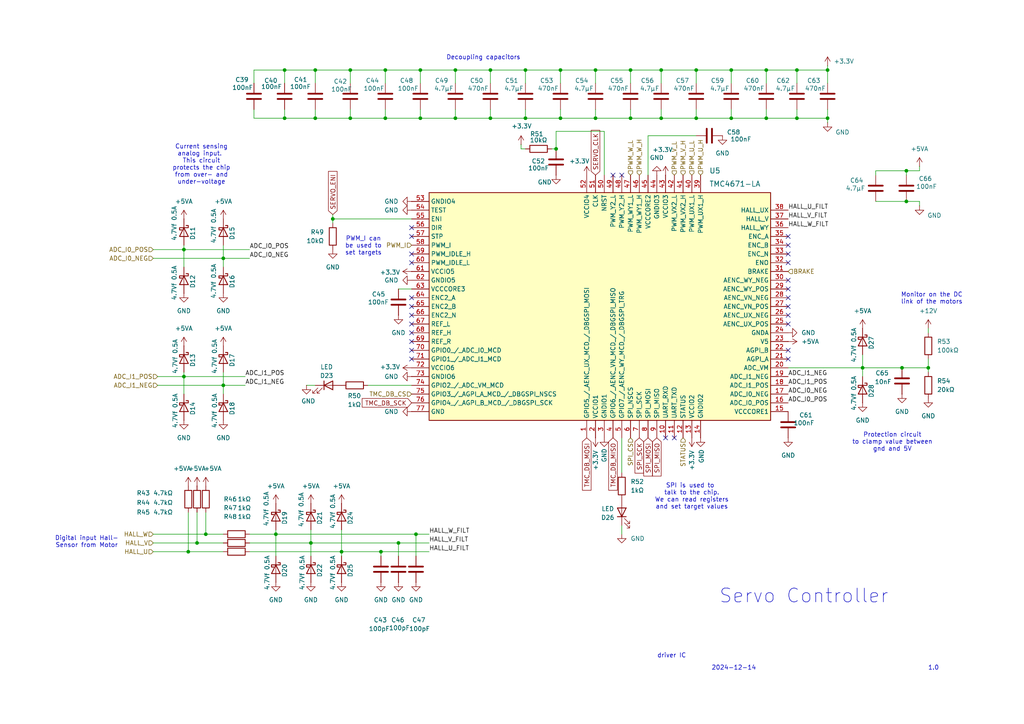
<source format=kicad_sch>
(kicad_sch (version 20250114) (generator "eeschema") (generator_version "9.0")
  (paper "A4")
  (text "Monitor on the DC\nlink of the motors" (at 270.256 86.614 0) (effects (font (size 1.27 1.27))))
  (text "Servo Controller" (at 233.172 172.974 0) (effects (font (size 4 4))))
  (text "driver IC" (at 194.818 190.246 0) (effects (font (size 1.27 1.27))))
  (text "Current sensing\nanalog input. \nThis circuit\nprotects the chip\nfrom over- and\nunder-voltage" (at 58.42 47.752 0) (effects (font (size 1.27 1.27))))
  (text "Decoupling capacitors\n" (at 140.208 16.764 0) (effects (font (size 1.27 1.27))))
  (text "2024-12-14" (at 212.852 193.802 0) (effects (font (size 1.27 1.27))))
  (text "Protection circuit\nto clamp value between\ngnd and 5V" (at 258.826 128.27 0) (effects (font (size 1.27 1.27))))
  (text "SPI is used to \ntalk to the chip.\nWe can read registers\nand set target values" (at 200.66 144.018 0) (effects (font (size 1.27 1.27))))
  (text "1.0" (at 270.764 193.802 0) (effects (font (size 1.27 1.27))))
  (text "PWM_I can\nbe used to\nset targets" (at 105.41 71.374 0) (effects (font (size 1.27 1.27))))
  (text "Digital input Hall-\nSensor from Motor" (at 25.146 157.226 0) (effects (font (size 1.27 1.27))))
  (junction (at 111.76 20.32))
  (junction (at 64.77 74.93))
  (junction (at 101.6 20.32))
  (junction (at 82.55 34.29))
  (junction (at 57.15 157.48))
  (junction (at 269.24 106.68))
  (junction (at 91.44 20.32))
  (junction (at 132.08 34.29))
  (junction (at 191.77 34.29))
  (junction (at 82.55 20.32))
  (junction (at 212.09 20.32))
  (junction (at 120.65 154.94))
  (junction (at 182.88 34.29))
  (junction (at 115.57 157.48))
  (junction (at 231.14 34.29))
  (junction (at 191.77 20.32))
  (junction (at 53.34 109.22))
  (junction (at 53.34 72.39))
  (junction (at 182.88 20.32))
  (junction (at 121.92 20.32))
  (junction (at 152.4 34.29))
  (junction (at 240.03 34.29))
  (junction (at 222.25 34.29))
  (junction (at 162.56 20.32))
  (junction (at 54.61 160.02))
  (junction (at 101.6 34.29))
  (junction (at 162.56 34.29))
  (junction (at 172.72 34.29))
  (junction (at 110.49 160.02))
  (junction (at 99.06 160.02))
  (junction (at 172.72 20.32))
  (junction (at 262.89 49.53))
  (junction (at 64.77 111.76))
  (junction (at 240.03 20.32))
  (junction (at 80.01 154.94))
  (junction (at 201.93 20.32))
  (junction (at 212.09 34.29))
  (junction (at 90.17 157.48))
  (junction (at 121.92 34.29))
  (junction (at 132.08 20.32))
  (junction (at 161.29 43.18))
  (junction (at 261.62 106.68))
  (junction (at 231.14 20.32))
  (junction (at 96.52 63.5))
  (junction (at 201.93 34.29))
  (junction (at 250.19 106.68))
  (junction (at 111.76 34.29))
  (junction (at 142.24 20.32))
  (junction (at 152.4 20.32))
  (junction (at 262.89 58.42))
  (junction (at 91.44 34.29))
  (junction (at 59.69 154.94))
  (junction (at 222.25 20.32))
  (junction (at 142.24 34.29))
  (no_connect (at 119.38 66.04))
  (no_connect (at 228.6 93.98))
  (no_connect (at 228.6 68.58))
  (no_connect (at 228.6 73.66))
  (no_connect (at 228.6 81.28))
  (no_connect (at 177.8 50.8))
  (no_connect (at 228.6 104.14))
  (no_connect (at 119.38 76.2))
  (no_connect (at 228.6 88.9))
  (no_connect (at 193.04 127))
  (no_connect (at 119.38 86.36))
  (no_connect (at 228.6 91.44))
  (no_connect (at 119.38 96.52))
  (no_connect (at 195.58 127))
  (no_connect (at 119.38 68.58))
  (no_connect (at 119.38 93.98))
  (no_connect (at 119.38 99.06))
  (no_connect (at 119.38 88.9))
  (no_connect (at 228.6 101.6))
  (no_connect (at 228.6 83.82))
  (no_connect (at 119.38 104.14))
  (no_connect (at 228.6 86.36))
  (no_connect (at 119.38 101.6))
  (no_connect (at 119.38 73.66))
  (no_connect (at 228.6 76.2))
  (no_connect (at 228.6 71.12))
  (no_connect (at 180.34 50.8))
  (no_connect (at 119.38 91.44))
  (wire (pts (xy 91.44 31.75) (xy 91.44 34.29)))
  (wire (pts (xy 101.6 20.32) (xy 101.6 24.13)))
  (wire (pts (xy 82.55 20.32) (xy 82.55 24.13)))
  (wire (pts (xy 201.93 34.29) (xy 191.77 34.29)))
  (wire (pts (xy 115.57 157.48) (xy 124.46 157.48)))
  (wire (pts (xy 120.65 154.94) (xy 120.65 161.29)))
  (wire (pts (xy 132.08 20.32) (xy 132.08 24.13)))
  (wire (pts (xy 180.34 154.94) (xy 180.34 152.4)))
  (wire (pts (xy 250.19 106.68) (xy 250.19 109.22)))
  (wire (pts (xy 53.34 109.22) (xy 71.12 109.22)))
  (wire (pts (xy 240.03 35.56) (xy 240.03 34.29)))
  (wire (pts (xy 45.72 111.76) (xy 64.77 111.76)))
  (wire (pts (xy 99.06 153.67) (xy 99.06 160.02)))
  (wire (pts (xy 180.34 127) (xy 180.34 137.16)))
  (wire (pts (xy 261.62 106.68) (xy 269.24 106.68)))
  (wire (pts (xy 182.88 20.32) (xy 182.88 24.13)))
  (wire (pts (xy 121.92 20.32) (xy 111.76 20.32)))
  (wire (pts (xy 269.24 107.95) (xy 269.24 106.68)))
  (wire (pts (xy 132.08 34.29) (xy 121.92 34.29)))
  (wire (pts (xy 99.06 160.02) (xy 110.49 160.02)))
  (wire (pts (xy 191.77 20.32) (xy 191.77 24.13)))
  (wire (pts (xy 45.72 109.22) (xy 53.34 109.22)))
  (wire (pts (xy 222.25 20.32) (xy 222.25 24.13)))
  (wire (pts (xy 54.61 160.02) (xy 64.77 160.02)))
  (wire (pts (xy 175.26 38.1) (xy 175.26 50.8)))
  (wire (pts (xy 101.6 31.75) (xy 101.6 34.29)))
  (wire (pts (xy 96.52 63.5) (xy 119.38 63.5)))
  (wire (pts (xy 121.92 31.75) (xy 121.92 34.29)))
  (wire (pts (xy 110.49 161.29) (xy 110.49 160.02)))
  (wire (pts (xy 172.72 31.75) (xy 172.72 34.29)))
  (wire (pts (xy 160.02 43.18) (xy 161.29 43.18)))
  (wire (pts (xy 266.7 48.26) (xy 266.7 49.53)))
  (wire (pts (xy 96.52 63.5) (xy 96.52 64.77)))
  (wire (pts (xy 266.7 49.53) (xy 262.89 49.53)))
  (wire (pts (xy 111.76 20.32) (xy 101.6 20.32)))
  (wire (pts (xy 152.4 34.29) (xy 142.24 34.29)))
  (wire (pts (xy 142.24 31.75) (xy 142.24 34.29)))
  (wire (pts (xy 121.92 34.29) (xy 111.76 34.29)))
  (wire (pts (xy 82.55 31.75) (xy 82.55 34.29)))
  (wire (pts (xy 111.76 34.29) (xy 101.6 34.29)))
  (wire (pts (xy 44.45 74.93) (xy 64.77 74.93)))
  (wire (pts (xy 191.77 20.32) (xy 182.88 20.32)))
  (wire (pts (xy 269.24 95.25) (xy 269.24 96.52)))
  (wire (pts (xy 44.45 157.48) (xy 57.15 157.48)))
  (wire (pts (xy 72.39 154.94) (xy 80.01 154.94)))
  (wire (pts (xy 250.19 106.68) (xy 261.62 106.68)))
  (wire (pts (xy 91.44 20.32) (xy 91.44 24.13)))
  (wire (pts (xy 191.77 34.29) (xy 182.88 34.29)))
  (wire (pts (xy 54.61 148.59) (xy 54.61 160.02)))
  (wire (pts (xy 64.77 111.76) (xy 64.77 107.95)))
  (wire (pts (xy 201.93 20.32) (xy 201.93 24.13)))
  (wire (pts (xy 222.25 20.32) (xy 212.09 20.32)))
  (wire (pts (xy 64.77 111.76) (xy 71.12 111.76)))
  (wire (pts (xy 152.4 34.29) (xy 162.56 34.29)))
  (wire (pts (xy 240.03 31.75) (xy 240.03 34.29)))
  (wire (pts (xy 101.6 20.32) (xy 91.44 20.32)))
  (wire (pts (xy 161.29 38.1) (xy 161.29 43.18)))
  (wire (pts (xy 90.17 153.67) (xy 90.17 157.48)))
  (wire (pts (xy 64.77 111.76) (xy 64.77 114.3)))
  (wire (pts (xy 80.01 154.94) (xy 80.01 161.29)))
  (wire (pts (xy 152.4 20.32) (xy 152.4 24.13)))
  (wire (pts (xy 80.01 153.67) (xy 80.01 154.94)))
  (wire (pts (xy 187.96 50.8) (xy 187.96 39.37)))
  (wire (pts (xy 187.96 39.37) (xy 201.93 39.37)))
  (wire (pts (xy 44.45 160.02) (xy 54.61 160.02)))
  (wire (pts (xy 231.14 20.32) (xy 231.14 24.13)))
  (wire (pts (xy 53.34 72.39) (xy 72.39 72.39)))
  (wire (pts (xy 90.17 157.48) (xy 90.17 161.29)))
  (wire (pts (xy 172.72 20.32) (xy 162.56 20.32)))
  (wire (pts (xy 59.69 148.59) (xy 59.69 154.94)))
  (wire (pts (xy 111.76 31.75) (xy 111.76 34.29)))
  (wire (pts (xy 222.25 34.29) (xy 212.09 34.29)))
  (wire (pts (xy 64.77 74.93) (xy 72.39 74.93)))
  (wire (pts (xy 240.03 20.32) (xy 240.03 24.13)))
  (wire (pts (xy 82.55 20.32) (xy 73.66 20.32)))
  (wire (pts (xy 53.34 109.22) (xy 53.34 107.95)))
  (wire (pts (xy 262.89 49.53) (xy 254 49.53)))
  (wire (pts (xy 231.14 20.32) (xy 222.25 20.32)))
  (wire (pts (xy 90.17 157.48) (xy 115.57 157.48)))
  (wire (pts (xy 228.6 106.68) (xy 250.19 106.68)))
  (wire (pts (xy 121.92 20.32) (xy 121.92 24.13)))
  (wire (pts (xy 111.76 20.32) (xy 111.76 24.13)))
  (wire (pts (xy 99.06 160.02) (xy 99.06 161.29)))
  (wire (pts (xy 80.01 154.94) (xy 120.65 154.94)))
  (wire (pts (xy 142.24 20.32) (xy 142.24 24.13)))
  (wire (pts (xy 91.44 20.32) (xy 82.55 20.32)))
  (wire (pts (xy 222.25 34.29) (xy 231.14 34.29)))
  (wire (pts (xy 182.88 34.29) (xy 172.72 34.29)))
  (wire (pts (xy 201.93 31.75) (xy 201.93 34.29)))
  (wire (pts (xy 59.69 154.94) (xy 64.77 154.94)))
  (wire (pts (xy 212.09 31.75) (xy 212.09 34.29)))
  (wire (pts (xy 151.13 43.18) (xy 152.4 43.18)))
  (wire (pts (xy 73.66 20.32) (xy 73.66 24.13)))
  (wire (pts (xy 151.13 43.18) (xy 151.13 41.91)))
  (wire (pts (xy 152.4 31.75) (xy 152.4 34.29)))
  (wire (pts (xy 106.68 111.76) (xy 119.38 111.76)))
  (wire (pts (xy 110.49 160.02) (xy 124.46 160.02)))
  (wire (pts (xy 64.77 74.93) (xy 64.77 71.12)))
  (wire (pts (xy 82.55 34.29) (xy 73.66 34.29)))
  (wire (pts (xy 142.24 34.29) (xy 132.08 34.29)))
  (wire (pts (xy 115.57 83.82) (xy 119.38 83.82)))
  (wire (pts (xy 254 49.53) (xy 254 50.8)))
  (wire (pts (xy 240.03 20.32) (xy 231.14 20.32)))
  (wire (pts (xy 53.34 72.39) (xy 53.34 77.47)))
  (wire (pts (xy 57.15 157.48) (xy 64.77 157.48)))
  (wire (pts (xy 91.44 34.29) (xy 82.55 34.29)))
  (wire (pts (xy 269.24 104.14) (xy 269.24 106.68)))
  (wire (pts (xy 254 58.42) (xy 262.89 58.42)))
  (wire (pts (xy 44.45 72.39) (xy 53.34 72.39)))
  (wire (pts (xy 72.39 160.02) (xy 99.06 160.02)))
  (wire (pts (xy 88.9 111.76) (xy 91.44 111.76)))
  (wire (pts (xy 212.09 20.32) (xy 212.09 24.13)))
  (wire (pts (xy 72.39 157.48) (xy 90.17 157.48)))
  (wire (pts (xy 44.45 154.94) (xy 59.69 154.94)))
  (wire (pts (xy 57.15 148.59) (xy 57.15 157.48)))
  (wire (pts (xy 53.34 109.22) (xy 53.34 114.3)))
  (wire (pts (xy 262.89 49.53) (xy 262.89 50.8)))
  (wire (pts (xy 266.7 58.42) (xy 262.89 58.42)))
  (wire (pts (xy 182.88 31.75) (xy 182.88 34.29)))
  (wire (pts (xy 266.7 59.69) (xy 266.7 58.42)))
  (wire (pts (xy 162.56 20.32) (xy 152.4 20.32)))
  (wire (pts (xy 101.6 34.29) (xy 91.44 34.29)))
  (wire (pts (xy 191.77 31.75) (xy 191.77 34.29)))
  (wire (pts (xy 212.09 34.29) (xy 201.93 34.29)))
  (wire (pts (xy 115.57 157.48) (xy 115.57 161.29)))
  (wire (pts (xy 96.52 62.23) (xy 96.52 63.5)))
  (wire (pts (xy 142.24 20.32) (xy 132.08 20.32)))
  (wire (pts (xy 162.56 20.32) (xy 162.56 24.13)))
  (wire (pts (xy 182.88 20.32) (xy 172.72 20.32)))
  (wire (pts (xy 172.72 20.32) (xy 172.72 24.13)))
  (wire (pts (xy 250.19 102.87) (xy 250.19 106.68)))
  (wire (pts (xy 172.72 34.29) (xy 162.56 34.29)))
  (wire (pts (xy 152.4 20.32) (xy 142.24 20.32)))
  (wire (pts (xy 162.56 31.75) (xy 162.56 34.29)))
  (wire (pts (xy 132.08 20.32) (xy 121.92 20.32)))
  (wire (pts (xy 64.77 74.93) (xy 64.77 77.47)))
  (wire (pts (xy 175.26 38.1) (xy 161.29 38.1)))
  (wire (pts (xy 231.14 31.75) (xy 231.14 34.29)))
  (wire (pts (xy 231.14 34.29) (xy 240.03 34.29)))
  (wire (pts (xy 132.08 31.75) (xy 132.08 34.29)))
  (wire (pts (xy 212.09 20.32) (xy 201.93 20.32)))
  (wire (pts (xy 222.25 31.75) (xy 222.25 34.29)))
  (wire (pts (xy 53.34 72.39) (xy 53.34 71.12)))
  (wire (pts (xy 201.93 20.32) (xy 191.77 20.32)))
  (wire (pts (xy 120.65 154.94) (xy 124.46 154.94)))
  (wire (pts (xy 73.66 31.75) (xy 73.66 34.29)))
  (wire (pts (xy 240.03 19.05) (xy 240.03 20.32)))
  (label "HALL_V_FILT" (at 228.6 63.5 0))
  (label "ADC_I0_NEG" (at 72.39 74.93 0))
  (label "ADC_I1_POS" (at 228.6 111.76 0))
  (label "HALL_V_FILT" (at 124.46 157.48 0))
  (label "ADC_I0_NEG" (at 228.6 114.3 0))
  (label "ADC_I1_NEG" (at 228.6 109.22 0))
  (label "HALL_W_FILT" (at 228.6 66.04 0))
  (label "ADC_I1_NEG" (at 71.12 111.76 0))
  (label "ADC_I1_POS" (at 71.12 109.22 0))
  (label "HALL_U_FILT" (at 124.46 160.02 0))
  (label "HALL_U_FILT" (at 228.6 60.96 0))
  (label "ADC_I0_POS" (at 72.39 72.39 0))
  (label "ADC_I0_POS" (at 228.6 116.84 0))
  (label "HALL_W_FILT" (at 124.46 154.94 0))
  (global_label "TMC_DB_SCK" (shape input) (at 119.38 116.84 180) (property "Intersheetrefs" "${INTERSHEET_REFS}" (effects (hide yes))))
  (global_label "SPI_SCK" (shape input) (at 185.42 127 270) (property "Intersheetrefs" "${INTERSHEET_REFS}" (effects (hide yes))))
  (global_label "SERVO_CLK" (shape input) (at 172.72 50.8 90) (property "Intersheetrefs" "${INTERSHEET_REFS}" (effects (hide yes))))
  (global_label "SPI_MISO" (shape input) (at 190.5 127 270) (property "Intersheetrefs" "${INTERSHEET_REFS}" (effects (hide yes))))
  (global_label "TMC_DB_MOSI" (shape input) (at 170.18 127 270) (property "Intersheetrefs" "${INTERSHEET_REFS}" (effects (hide yes))))
  (global_label "SPI_MOSI" (shape input) (at 187.96 127 270) (property "Intersheetrefs" "${INTERSHEET_REFS}" (effects (hide yes))))
  (global_label "SERVO_ENI" (shape input) (at 96.52 62.23 90) (property "Intersheetrefs" "${INTERSHEET_REFS}" (effects (hide yes))))
  (global_label "TMC_DB_MISO" (shape input) (at 177.8 127 270) (property "Intersheetrefs" "${INTERSHEET_REFS}" (effects (hide yes))))
  (hierarchical_label "ADC_I0_POS" (shape input) (at 44.45 72.39 180))
  (hierarchical_label "ADC_I1_POS" (shape input) (at 45.72 109.22 180))
  (hierarchical_label "PWM_U_L" (shape input) (at 200.66 50.8 90))
  (hierarchical_label "PWM_V_H" (shape input) (at 198.12 50.8 90))
  (hierarchical_label "SPI_CS" (shape input) (at 182.88 127 270))
  (hierarchical_label "HALL_U" (shape input) (at 44.45 160.02 180))
  (hierarchical_label "ADC_I1_NEG" (shape input) (at 45.72 111.76 180))
  (hierarchical_label "PWM_V_L" (shape input) (at 195.58 50.8 90))
  (hierarchical_label "PWM_I" (shape input) (at 119.38 71.12 180))
  (hierarchical_label "PWM_W_H" (shape input) (at 185.42 50.8 90))
  (hierarchical_label "PWM_W_L" (shape input) (at 182.88 50.8 90))
  (hierarchical_label "ADC_I0_NEG" (shape input) (at 44.45 74.93 180))
  (hierarchical_label "BRAKE" (shape input) (at 228.6 78.74 0))
  (hierarchical_label "TMC_DB_CS" (shape input) (at 119.38 114.3 180))
  (hierarchical_label "STATUS" (shape input) (at 198.12 127 270))
  (hierarchical_label "PWM_U_H" (shape input) (at 203.2 50.8 90))
  (hierarchical_label "HALL_W" (shape input) (at 44.45 154.94 180))
  (hierarchical_label "HALL_V" (shape input) (at 44.45 157.48 180))
  (symbol (lib_id "power:GND") (at 240.03 35.56 0) (unit 1)
    (property "Reference" "#PWR0127" (effects (hide yes)))
    (property "Value" "GND" (at 244.348 38.354 0))
    (property "Description" "Power symbol creates a global label with name \"GND\" , ground" (effects (hide yes)))
    (instances (project "motordriver" (path "" (reference "#PWR0127") (unit 1)) (path "" (reference "#PWR0287") (unit 1)) (path "" (reference "#PWR0210") (unit 1))))
  )
  (symbol (lib_id "power:GND") (at 64.77 121.92 0) (unit 1)
    (property "Reference" "#PWR092" (effects (hide yes)))
    (property "Value" "GND" (at 64.77 127 0))
    (property "Description" "Power symbol creates a global label with name \"GND\" , ground" (effects (hide yes)))
    (instances (project "motordriver" (path "" (reference "#PWR092") (unit 1)) (path "" (reference "#PWR0252") (unit 1)) (path "" (reference "#PWR0175") (unit 1))))
  )
  (symbol (lib_id "power:GND") (at 96.52 72.39 0) (mirror y) (unit 1)
    (property "Reference" "#PWR098" (effects (hide yes)))
    (property "Value" "GND" (at 96.52 77.47 0))
    (property "Description" "Power symbol creates a global label with name \"GND\" , ground" (effects (hide yes)))
    (instances (project "motordriver" (path "" (reference "#PWR098") (unit 1)) (path "" (reference "#PWR0258") (unit 1)) (path "" (reference "#PWR0181") (unit 1))))
  )
  (symbol (lib_id "Device:C") (at 172.72 27.94 180) (unit 1)
    (property "Reference" "C54" (at 170.688 23.368 0) (effects (justify left)))
    (property "Value" "4.7µF" (at 172.212 25.654 0) (effects (justify left)))
    (property "Footprint" "Capacitor_SMD:C_0603_1608Metric" (effects (hide yes)))
    (property "Description" "Unpolarized capacitor" (effects (hide yes)))
    (instances (project "motordriver" (path "" (reference "C54") (unit 1)) (path "" (reference "C135") (unit 1)) (path "" (reference "C98") (unit 1))))
  )
  (symbol (lib_id "Device:C") (at 142.24 27.94 180) (unit 1)
    (property "Reference" "C50" (at 140.208 23.368 0) (effects (justify left)))
    (property "Value" "470nF" (at 141.732 25.654 0) (effects (justify left)))
    (property "Footprint" "Capacitor_SMD:C_0603_1608Metric" (effects (hide yes)))
    (property "Description" "Unpolarized capacitor" (effects (hide yes)))
    (instances (project "motordriver" (path "" (reference "C50") (unit 1)) (path "" (reference "C131") (unit 1)) (path "" (reference "C94") (unit 1))))
  )
  (symbol (lib_id "Device:D_Schottky") (at 90.17 165.1 270) (unit 1)
    (property "Reference" "D22" (at 92.71 163.5124 0) (effects (justify left)))
    (property "Value" "4.7Vf 0.5A" (at 87.63 161.036 0) (effects (justify left)))
    (property "Footprint" "kuben-footprints:DIOC1709X85N" (effects (hide yes)))
    (property "Description" "Schottky diode" (effects (hide yes)))
    (property "Height" "0.85" (effects (hide yes)))
    (property "Mouser Part Number" "750-CDBU0520" (effects (hide yes)))
    (property "Mouser Price/Stock" "https://www.mouser.co.uk/ProductDetail/Comchip-Technology/CDBU0520?qs=QrYNfmA0esYvGSGDalbccA%3D%3D" (effects (hide yes)))
    (property "Manufacturer_Name" "Comchip Technology" (effects (hide yes)))
    (property "Manufacturer_Part_Number" "CDBU0520" (effects (hide yes)))
    (instances (project "motordriver" (path "" (reference "D22") (unit 1)) (path "" (reference "D69") (unit 1)) (path "" (reference "D47") (unit 1))))
  )
  (symbol (lib_id "power:+5V") (at 90.17 146.05 0) (unit 1)
    (property "Reference" "#PWR096" (effects (hide yes)))
    (property "Value" "+5VA" (at 90.17 140.97 0))
    (property "Description" "Power symbol creates a global label with name \"+5V\"" (effects (hide yes)))
    (instances (project "motordriver" (path "" (reference "#PWR096") (unit 1)) (path "" (reference "#PWR0256") (unit 1)) (path "" (reference "#PWR0179") (unit 1))))
  )
  (symbol (lib_id "Device:C") (at 101.6 27.94 0) (mirror x) (unit 1)
    (property "Reference" "C42" (at 96.774 23.622 0) (effects (justify left)))
    (property "Value" "100nF" (at 96.012 25.908 0) (effects (justify left)))
    (property "Footprint" "Capacitor_SMD:C_0603_1608Metric" (effects (hide yes)))
    (property "Description" "Unpolarized capacitor" (effects (hide yes)))
    (instances (project "motordriver" (path "" (reference "C42") (unit 1)) (path "" (reference "C123") (unit 1)) (path "" (reference "C86") (unit 1))))
  )
  (symbol (lib_id "Device:R") (at 59.69 144.78 0) (unit 1)
    (property "Reference" "R45" (at 39.624 148.59 0) (effects (justify left)))
    (property "Value" "4.7kΩ" (at 44.45 148.59 0) (effects (justify left)))
    (property "Footprint" "Resistor_SMD:R_0603_1608Metric" (effects (hide yes)))
    (property "Description" "Resistor" (effects (hide yes)))
    (instances (project "motordriver" (path "" (reference "R45") (unit 1)) (path "" (reference "R91") (unit 1)) (path "" (reference "R66") (unit 1))))
  )
  (symbol (lib_id "Device:D_Schottky") (at 53.34 67.31 270) (unit 1)
    (property "Reference" "D11" (at 55.88 65.7224 0) (effects (justify left)))
    (property "Value" "4.7Vf 0.5A" (at 50.546 59.69 0) (effects (justify left)))
    (property "Footprint" "kuben-footprints:DIOC1709X85N" (effects (hide yes)))
    (property "Description" "Schottky diode" (effects (hide yes)))
    (property "Height" "0.85" (effects (hide yes)))
    (property "Mouser Part Number" "750-CDBU0520" (effects (hide yes)))
    (property "Mouser Price/Stock" "https://www.mouser.co.uk/ProductDetail/Comchip-Technology/CDBU0520?qs=QrYNfmA0esYvGSGDalbccA%3D%3D" (effects (hide yes)))
    (property "Manufacturer_Name" "Comchip Technology" (effects (hide yes)))
    (property "Manufacturer_Part_Number" "CDBU0520" (effects (hide yes)))
    (instances (project "motordriver" (path "" (reference "D11") (unit 1)) (path "" (reference "D58") (unit 1)) (path "" (reference "D36") (unit 1))))
  )
  (symbol (lib_id "power:+5V") (at 228.6 99.06 270) (unit 1)
    (property "Reference" "#PWR0124" (effects (hide yes)))
    (property "Value" "+5VA" (at 232.41 99.0599 90) (effects (justify left)))
    (property "Description" "Power symbol creates a global label with name \"+5V\"" (effects (hide yes)))
    (instances (project "motordriver" (path "" (reference "#PWR0124") (unit 1)) (path "" (reference "#PWR0284") (unit 1)) (path "" (reference "#PWR0207") (unit 1))))
  )
  (symbol (lib_id "power:GND") (at 119.38 81.28 270) (unit 1)
    (property "Reference" "#PWR0107" (effects (hide yes)))
    (property "Value" "GND" (at 115.57 81.2799 90) (effects (justify right)))
    (property "Description" "Power symbol creates a global label with name \"GND\" , ground" (effects (hide yes)))
    (instances (project "motordriver" (path "" (reference "#PWR0107") (unit 1)) (path "" (reference "#PWR0267") (unit 1)) (path "" (reference "#PWR0190") (unit 1))))
  )
  (symbol (lib_id "Device:C") (at 120.65 165.1 180) (unit 1)
    (property "Reference" "C47" (at 123.444 179.832 0) (effects (justify left)))
    (property "Value" "100pF" (at 124.714 182.372 0) (effects (justify left)))
    (property "Footprint" "Capacitor_SMD:C_0603_1608Metric" (effects (hide yes)))
    (property "Description" "Unpolarized capacitor" (effects (hide yes)))
    (instances (project "motordriver" (path "" (reference "C47") (unit 1)) (path "" (reference "C128") (unit 1)) (path "" (reference "C91") (unit 1))))
  )
  (symbol (lib_id "power:GND") (at 88.9 111.76 0) (unit 1)
    (property "Reference" "#PWR095" (effects (hide yes)))
    (property "Value" "GND" (at 87.376 116.332 0) (effects (justify left)))
    (property "Description" "Power symbol creates a global label with name \"GND\" , ground" (effects (hide yes)))
    (instances (project "motordriver" (path "" (reference "#PWR095") (unit 1)) (path "" (reference "#PWR0255") (unit 1)) (path "" (reference "#PWR0178") (unit 1))))
  )
  (symbol (lib_id "Device:D_Schottky") (at 53.34 104.14 270) (unit 1)
    (property "Reference" "D13" (at 55.88 102.5524 0) (effects (justify left)))
    (property "Value" "4.7Vf 0.5A" (at 50.8 98.298 0) (effects (justify left)))
    (property "Footprint" "kuben-footprints:DIOC1709X85N" (effects (hide yes)))
    (property "Description" "Schottky diode" (effects (hide yes)))
    (property "Height" "0.85" (effects (hide yes)))
    (property "Mouser Part Number" "750-CDBU0520" (effects (hide yes)))
    (property "Mouser Price/Stock" "https://www.mouser.co.uk/ProductDetail/Comchip-Technology/CDBU0520?qs=QrYNfmA0esYvGSGDalbccA%3D%3D" (effects (hide yes)))
    (property "Manufacturer_Name" "Comchip Technology" (effects (hide yes)))
    (property "Manufacturer_Part_Number" "CDBU0520" (effects (hide yes)))
    (instances (project "motordriver" (path "" (reference "D13") (unit 1)) (path "" (reference "D60") (unit 1)) (path "" (reference "D38") (unit 1))))
  )
  (symbol (lib_id "Device:C") (at 121.92 27.94 180) (unit 1)
    (property "Reference" "C48" (at 119.888 23.368 0) (effects (justify left)))
    (property "Value" "100nF" (at 121.412 25.654 0) (effects (justify left)))
    (property "Footprint" "Capacitor_SMD:C_0603_1608Metric" (effects (hide yes)))
    (property "Description" "Unpolarized capacitor" (effects (hide yes)))
    (instances (project "motordriver" (path "" (reference "C48") (unit 1)) (path "" (reference "C129") (unit 1)) (path "" (reference "C92") (unit 1))))
  )
  (symbol (lib_id "Device:D_Schottky") (at 64.77 67.31 270) (unit 1)
    (property "Reference" "D15" (at 67.31 65.7224 0) (effects (justify left)))
    (property "Value" "4.7Vf 0.5A" (at 61.976 60.452 0) (effects (justify left)))
    (property "Footprint" "kuben-footprints:DIOC1709X85N" (effects (hide yes)))
    (property "Description" "Schottky diode" (effects (hide yes)))
    (property "Height" "0.85" (effects (hide yes)))
    (property "Mouser Part Number" "750-CDBU0520" (effects (hide yes)))
    (property "Mouser Price/Stock" "https://www.mouser.co.uk/ProductDetail/Comchip-Technology/CDBU0520?qs=QrYNfmA0esYvGSGDalbccA%3D%3D" (effects (hide yes)))
    (property "Manufacturer_Name" "Comchip Technology" (effects (hide yes)))
    (property "Manufacturer_Part_Number" "CDBU0520" (effects (hide yes)))
    (instances (project "motordriver" (path "" (reference "D15") (unit 1)) (path "" (reference "D62") (unit 1)) (path "" (reference "D40") (unit 1))))
  )
  (symbol (lib_id "Device:D_Schottky") (at 250.19 113.03 270) (unit 1)
    (property "Reference" "D28" (at 252.73 111.4424 0) (effects (justify left)))
    (property "Value" "4.7Vf 0.5A" (at 247.65 108.966 0) (effects (justify left)))
    (property "Footprint" "kuben-footprints:DIOC1709X85N" (effects (hide yes)))
    (property "Description" "Schottky diode" (effects (hide yes)))
    (property "Height" "0.85" (effects (hide yes)))
    (property "Mouser Part Number" "750-CDBU0520" (effects (hide yes)))
    (property "Mouser Price/Stock" "https://www.mouser.co.uk/ProductDetail/Comchip-Technology/CDBU0520?qs=QrYNfmA0esYvGSGDalbccA%3D%3D" (effects (hide yes)))
    (property "Manufacturer_Name" "Comchip Technology" (effects (hide yes)))
    (property "Manufacturer_Part_Number" "CDBU0520" (effects (hide yes)))
    (instances (project "motordriver" (path "" (reference "D28") (unit 1)) (path "" (reference "D75") (unit 1)) (path "" (reference "D53") (unit 1))))
  )
  (symbol (lib_id "power:GND") (at 53.34 85.09 0) (unit 1)
    (property "Reference" "#PWR083" (effects (hide yes)))
    (property "Value" "GND" (at 53.34 90.17 0))
    (property "Description" "Power symbol creates a global label with name \"GND\" , ground" (effects (hide yes)))
    (instances (project "motordriver" (path "" (reference "#PWR083") (unit 1)) (path "" (reference "#PWR0243") (unit 1)) (path "" (reference "#PWR0166") (unit 1))))
  )
  (symbol (lib_id "Device:C") (at 205.74 39.37 270) (unit 1)
    (property "Reference" "C58" (at 210.82 38.354 90) (effects (justify left)))
    (property "Value" "100nF" (at 211.836 40.386 90) (effects (justify left)))
    (property "Footprint" "Capacitor_SMD:C_0603_1608Metric" (effects (hide yes)))
    (property "Description" "Unpolarized capacitor" (effects (hide yes)))
    (instances (project "motordriver" (path "" (reference "C58") (unit 1)) (path "" (reference "C139") (unit 1)) (path "" (reference "C102") (unit 1))))
  )
  (symbol (lib_id "power:GND") (at 115.57 168.91 0) (unit 1)
    (property "Reference" "#PWR0103" (effects (hide yes)))
    (property "Value" "GND" (at 115.57 173.99 0))
    (property "Description" "Power symbol creates a global label with name \"GND\" , ground" (effects (hide yes)))
    (instances (project "motordriver" (path "" (reference "#PWR0103") (unit 1)) (path "" (reference "#PWR0263") (unit 1)) (path "" (reference "#PWR0186") (unit 1))))
  )
  (symbol (lib_id "power:GND") (at 119.38 109.22 270) (unit 1)
    (property "Reference" "#PWR0109" (effects (hide yes)))
    (property "Value" "GND" (at 115.57 109.2199 90) (effects (justify right)))
    (property "Description" "Power symbol creates a global label with name \"GND\" , ground" (effects (hide yes)))
    (instances (project "motordriver" (path "" (reference "#PWR0109") (unit 1)) (path "" (reference "#PWR0269") (unit 1)) (path "" (reference "#PWR0192") (unit 1))))
  )
  (symbol (lib_id "power:GND") (at 175.26 127 0) (unit 1)
    (property "Reference" "#PWR0116" (effects (hide yes)))
    (property "Value" "GND" (at 175.26 132.08 90))
    (property "Description" "Power symbol creates a global label with name \"GND\" , ground" (effects (hide yes)))
    (instances (project "motordriver" (path "" (reference "#PWR0116") (unit 1)) (path "" (reference "#PWR0276") (unit 1)) (path "" (reference "#PWR0199") (unit 1))))
  )
  (symbol (lib_id "Device:C") (at 161.29 46.99 0) (unit 1)
    (property "Reference" "C52" (at 154.178 46.736 0) (effects (justify left)))
    (property "Value" "100nF" (at 153.162 48.768 0) (effects (justify left)))
    (property "Footprint" "Capacitor_SMD:C_0603_1608Metric" (effects (hide yes)))
    (property "Description" "Unpolarized capacitor" (effects (hide yes)))
    (instances (project "motordriver" (path "" (reference "C52") (unit 1)) (path "" (reference "C133") (unit 1)) (path "" (reference "C96") (unit 1))))
  )
  (symbol (lib_id "Device:R") (at 54.61 144.78 0) (unit 1)
    (property "Reference" "R43" (at 39.624 143.002 0) (effects (justify left)))
    (property "Value" "4.7kΩ" (at 44.45 143.002 0) (effects (justify left)))
    (property "Footprint" "Resistor_SMD:R_0603_1608Metric" (effects (hide yes)))
    (property "Description" "Resistor" (effects (hide yes)))
    (instances (project "motordriver" (path "" (reference "R43") (unit 1)) (path "" (reference "R89") (unit 1)) (path "" (reference "R64") (unit 1))))
  )
  (symbol (lib_id "power:GND") (at 110.49 168.91 0) (unit 1)
    (property "Reference" "#PWR0101" (effects (hide yes)))
    (property "Value" "GND" (at 110.49 173.99 0))
    (property "Description" "Power symbol creates a global label with name \"GND\" , ground" (effects (hide yes)))
    (instances (project "motordriver" (path "" (reference "#PWR0101") (unit 1)) (path "" (reference "#PWR0261") (unit 1)) (path "" (reference "#PWR0184") (unit 1))))
  )
  (symbol (lib_id "Device:D_Schottky") (at 250.19 99.06 270) (unit 1)
    (property "Reference" "D27" (at 252.73 97.4724 0) (effects (justify left)))
    (property "Value" "4.7Vf 0.5A" (at 247.65 94.996 0) (effects (justify left)))
    (property "Footprint" "kuben-footprints:DIOC1709X85N" (effects (hide yes)))
    (property "Description" "Schottky diode" (effects (hide yes)))
    (property "Height" "0.85" (effects (hide yes)))
    (property "Mouser Part Number" "750-CDBU0520" (effects (hide yes)))
    (property "Mouser Price/Stock" "https://www.mouser.co.uk/ProductDetail/Comchip-Technology/CDBU0520?qs=QrYNfmA0esYvGSGDalbccA%3D%3D" (effects (hide yes)))
    (property "Manufacturer_Name" "Comchip Technology" (effects (hide yes)))
    (property "Manufacturer_Part_Number" "CDBU0520" (effects (hide yes)))
    (instances (project "motordriver" (path "" (reference "D27") (unit 1)) (path "" (reference "D74") (unit 1)) (path "" (reference "D52") (unit 1))))
  )
  (symbol (lib_id "power:+5V") (at 54.61 140.97 0) (unit 1)
    (property "Reference" "#PWR086" (effects (hide yes)))
    (property "Value" "+5VA" (at 52.832 135.89 0))
    (property "Description" "Power symbol creates a global label with name \"+5V\"" (effects (hide yes)))
    (instances (project "motordriver" (path "" (reference "#PWR086") (unit 1)) (path "" (reference "#PWR0246") (unit 1)) (path "" (reference "#PWR0169") (unit 1))))
  )
  (symbol (lib_id "Device:C") (at 182.88 27.94 180) (unit 1)
    (property "Reference" "C55" (at 180.848 23.368 0) (effects (justify left)))
    (property "Value" "470nF" (at 182.372 25.654 0) (effects (justify left)))
    (property "Footprint" "Capacitor_SMD:C_0603_1608Metric" (effects (hide yes)))
    (property "Description" "Unpolarized capacitor" (effects (hide yes)))
    (instances (project "motordriver" (path "" (reference "C55") (unit 1)) (path "" (reference "C136") (unit 1)) (path "" (reference "C99") (unit 1))))
  )
  (symbol (lib_id "Device:R") (at 156.21 43.18 270) (unit 1)
    (property "Reference" "R51" (at 155.702 38.862 90))
    (property "Value" "10kΩ" (at 156.21 40.64 90))
    (property "Footprint" "Resistor_SMD:R_0603_1608Metric" (effects (hide yes)))
    (property "Description" "Resistor" (effects (hide yes)))
    (instances (project "motordriver" (path "" (reference "R51") (unit 1)) (path "" (reference "R97") (unit 1)) (path "" (reference "R72") (unit 1))))
  )
  (symbol (lib_id "Device:C") (at 222.25 27.94 180) (unit 1)
    (property "Reference" "C60" (at 220.218 23.368 0) (effects (justify left)))
    (property "Value" "470nF" (at 221.742 25.654 0) (effects (justify left)))
    (property "Footprint" "Capacitor_SMD:C_0603_1608Metric" (effects (hide yes)))
    (property "Description" "Unpolarized capacitor" (effects (hide yes)))
    (instances (project "motordriver" (path "" (reference "C60") (unit 1)) (path "" (reference "C141") (unit 1)) (path "" (reference "C104") (unit 1))))
  )
  (symbol (lib_id "Device:C") (at 82.55 27.94 180) (unit 1)
    (property "Reference" "C40" (at 80.518 23.368 0) (effects (justify left)))
    (property "Value" "100nF" (at 81.788 25.146 0) (effects (justify left)))
    (property "Footprint" "Capacitor_SMD:C_0603_1608Metric" (effects (hide yes)))
    (property "Description" "Unpolarized capacitor" (effects (hide yes)))
    (instances (project "motordriver" (path "" (reference "C40") (unit 1)) (path "" (reference "C121") (unit 1)) (path "" (reference "C84") (unit 1))))
  )
  (symbol (lib_id "power:GND") (at 250.19 116.84 0) (unit 1)
    (property "Reference" "#PWR0129" (effects (hide yes)))
    (property "Value" "GND" (at 250.19 121.92 0))
    (property "Description" "Power symbol creates a global label with name \"GND\" , ground" (effects (hide yes)))
    (instances (project "motordriver" (path "" (reference "#PWR0129") (unit 1)) (path "" (reference "#PWR0289") (unit 1)) (path "" (reference "#PWR0212") (unit 1))))
  )
  (symbol (lib_id "power:+5V") (at 59.69 140.97 0) (unit 1)
    (property "Reference" "#PWR088" (effects (hide yes)))
    (property "Value" "+5VA" (at 61.722 135.89 0))
    (property "Description" "Power symbol creates a global label with name \"+5V\"" (effects (hide yes)))
    (instances (project "motordriver" (path "" (reference "#PWR088") (unit 1)) (path "" (reference "#PWR0248") (unit 1)) (path "" (reference "#PWR0171") (unit 1))))
  )
  (symbol (lib_id "Device:R") (at 68.58 157.48 90) (unit 1)
    (property "Reference" "R47" (at 66.802 147.32 90))
    (property "Value" "1kΩ" (at 70.866 147.32 90))
    (property "Footprint" "Resistor_SMD:R_0603_1608Metric" (effects (hide yes)))
    (property "Description" "Resistor" (effects (hide yes)))
    (instances (project "motordriver" (path "" (reference "R47") (unit 1)) (path "" (reference "R93") (unit 1)) (path "" (reference "R68") (unit 1))))
  )
  (symbol (lib_id "power:+5V") (at 80.01 146.05 0) (unit 1)
    (property "Reference" "#PWR093" (effects (hide yes)))
    (property "Value" "+5VA" (at 80.01 140.97 0))
    (property "Description" "Power symbol creates a global label with name \"+5V\"" (effects (hide yes)))
    (instances (project "motordriver" (path "" (reference "#PWR093") (unit 1)) (path "" (reference "#PWR0253") (unit 1)) (path "" (reference "#PWR0176") (unit 1))))
  )
  (symbol (lib_id "Device:C") (at 212.09 27.94 180) (unit 1)
    (property "Reference" "C59" (at 210.058 23.368 0) (effects (justify left)))
    (property "Value" "4.7µF" (at 211.582 25.654 0) (effects (justify left)))
    (property "Footprint" "Capacitor_SMD:C_0603_1608Metric" (effects (hide yes)))
    (property "Description" "Unpolarized capacitor" (effects (hide yes)))
    (instances (project "motordriver" (path "" (reference "C59") (unit 1)) (path "" (reference "C140") (unit 1)) (path "" (reference "C103") (unit 1))))
  )
  (symbol (lib_id "Device:C") (at 91.44 27.94 180) (unit 1)
    (property "Reference" "C41" (at 89.154 23.114 0) (effects (justify left)))
    (property "Value" "100nF" (at 90.17 25.146 0) (effects (justify left)))
    (property "Footprint" "Capacitor_SMD:C_0603_1608Metric" (effects (hide yes)))
    (property "Description" "Unpolarized capacitor" (effects (hide yes)))
    (instances (project "motordriver" (path "" (reference "C41") (unit 1)) (path "" (reference "C122") (unit 1)) (path "" (reference "C85") (unit 1))))
  )
  (symbol (lib_id "Device:D_Schottky") (at 64.77 118.11 270) (unit 1)
    (property "Reference" "D18" (at 67.31 116.5224 0) (effects (justify left)))
    (property "Value" "4.7Vf 0.5A" (at 62.23 114.046 0) (effects (justify left)))
    (property "Footprint" "kuben-footprints:DIOC1709X85N" (effects (hide yes)))
    (property "Description" "Schottky diode" (effects (hide yes)))
    (property "Height" "0.85" (effects (hide yes)))
    (property "Mouser Part Number" "750-CDBU0520" (effects (hide yes)))
    (property "Mouser Price/Stock" "https://www.mouser.co.uk/ProductDetail/Comchip-Technology/CDBU0520?qs=QrYNfmA0esYvGSGDalbccA%3D%3D" (effects (hide yes)))
    (property "Manufacturer_Name" "Comchip Technology" (effects (hide yes)))
    (property "Manufacturer_Part_Number" "CDBU0520" (effects (hide yes)))
    (instances (project "motordriver" (path "" (reference "D18") (unit 1)) (path "" (reference "D65") (unit 1)) (path "" (reference "D43") (unit 1))))
  )
  (symbol (lib_id "power:GND") (at 119.38 119.38 270) (unit 1)
    (property "Reference" "#PWR0110" (effects (hide yes)))
    (property "Value" "GND" (at 115.57 119.3799 90) (effects (justify right)))
    (property "Description" "Power symbol creates a global label with name \"GND\" , ground" (effects (hide yes)))
    (instances (project "motordriver" (path "" (reference "#PWR0110") (unit 1)) (path "" (reference "#PWR0270") (unit 1)) (path "" (reference "#PWR0193") (unit 1))))
  )
  (symbol (lib_id "Device:R") (at 269.24 111.76 0) (unit 1)
    (property "Reference" "R54" (at 271.78 110.4899 0) (effects (justify left)))
    (property "Value" "20kΩ" (at 271.78 113.0299 0) (effects (justify left)))
    (property "Footprint" "Resistor_SMD:R_0603_1608Metric" (effects (hide yes)))
    (property "Description" "Resistor" (effects (hide yes)))
    (instances (project "motordriver" (path "" (reference "R54") (unit 1)) (path "" (reference "R100") (unit 1)) (path "" (reference "R75") (unit 1))))
  )
  (symbol (lib_id "Device:D_Schottky") (at 80.01 165.1 270) (unit 1)
    (property "Reference" "D20" (at 82.55 163.5124 0) (effects (justify left)))
    (property "Value" "4.7Vf 0.5A" (at 77.47 161.036 0) (effects (justify left)))
    (property "Footprint" "kuben-footprints:DIOC1709X85N" (effects (hide yes)))
    (property "Description" "Schottky diode" (effects (hide yes)))
    (property "Height" "0.85" (effects (hide yes)))
    (property "Mouser Part Number" "750-CDBU0520" (effects (hide yes)))
    (property "Mouser Price/Stock" "https://www.mouser.co.uk/ProductDetail/Comchip-Technology/CDBU0520?qs=QrYNfmA0esYvGSGDalbccA%3D%3D" (effects (hide yes)))
    (property "Manufacturer_Name" "Comchip Technology" (effects (hide yes)))
    (property "Manufacturer_Part_Number" "CDBU0520" (effects (hide yes)))
    (instances (project "motordriver" (path "" (reference "D20") (unit 1)) (path "" (reference "D67") (unit 1)) (path "" (reference "D45") (unit 1))))
  )
  (symbol (lib_id "power:+5V") (at 53.34 100.33 0) (unit 1)
    (property "Reference" "#PWR084" (effects (hide yes)))
    (property "Value" "+5VA" (at 53.34 95.25 0))
    (property "Description" "Power symbol creates a global label with name \"+5V\"" (effects (hide yes)))
    (instances (project "motordriver" (path "" (reference "#PWR084") (unit 1)) (path "" (reference "#PWR0244") (unit 1)) (path "" (reference "#PWR0167") (unit 1))))
  )
  (symbol (lib_id "Device:R") (at 96.52 68.58 0) (mirror y) (unit 1)
    (property "Reference" "R49" (at 93.98 67.3099 0) (effects (justify left)))
    (property "Value" "10kΩ" (at 93.98 69.8499 0) (effects (justify left)))
    (property "Footprint" "Resistor_SMD:R_0603_1608Metric" (effects (hide yes)))
    (property "Description" "Resistor" (effects (hide yes)))
    (instances (project "motordriver" (path "" (reference "R49") (unit 1)) (path "" (reference "R95") (unit 1)) (path "" (reference "R70") (unit 1))))
  )
  (symbol (lib_id "power:GND") (at 261.62 114.3 0) (unit 1)
    (property "Reference" "#PWR0130" (effects (hide yes)))
    (property "Value" "GND" (at 261.62 119.38 0))
    (property "Description" "Power symbol creates a global label with name \"GND\" , ground" (effects (hide yes)))
    (instances (project "motordriver" (path "" (reference "#PWR0130") (unit 1)) (path "" (reference "#PWR0290") (unit 1)) (path "" (reference "#PWR0213") (unit 1))))
  )
  (symbol (lib_id "power:GND") (at 203.2 127 0) (unit 1)
    (property "Reference" "#PWR0121" (effects (hide yes)))
    (property "Value" "GND" (at 203.454 132.334 90))
    (property "Description" "Power symbol creates a global label with name \"GND\" , ground" (effects (hide yes)))
    (instances (project "motordriver" (path "" (reference "#PWR0121") (unit 1)) (path "" (reference "#PWR0281") (unit 1)) (path "" (reference "#PWR0204") (unit 1))))
  )
  (symbol (lib_id "power:GND") (at 90.17 168.91 0) (unit 1)
    (property "Reference" "#PWR097" (effects (hide yes)))
    (property "Value" "GND" (at 90.17 173.99 0))
    (property "Description" "Power symbol creates a global label with name \"GND\" , ground" (effects (hide yes)))
    (instances (project "motordriver" (path "" (reference "#PWR097") (unit 1)) (path "" (reference "#PWR0257") (unit 1)) (path "" (reference "#PWR0180") (unit 1))))
  )
  (symbol (lib_id "power:+3.3V") (at 200.66 127 180) (unit 1)
    (property "Reference" "#PWR0120" (effects (hide yes)))
    (property "Value" "+3.3V" (at 200.66 130.556 90) (effects (justify left)))
    (property "Description" "Power symbol creates a global label with name \"+3.3V\"" (effects (hide yes)))
    (instances (project "motordriver" (path "" (reference "#PWR0120") (unit 1)) (path "" (reference "#PWR0280") (unit 1)) (path "" (reference "#PWR0203") (unit 1))))
  )
  (symbol (lib_id "Device:C") (at 111.76 27.94 180) (unit 1)
    (property "Reference" "C44" (at 109.982 23.368 0) (effects (justify left)))
    (property "Value" "100nF" (at 111.506 25.654 0) (effects (justify left)))
    (property "Footprint" "Capacitor_SMD:C_0603_1608Metric" (effects (hide yes)))
    (property "Description" "Unpolarized capacitor" (effects (hide yes)))
    (instances (project "motordriver" (path "" (reference "C44") (unit 1)) (path "" (reference "C125") (unit 1)) (path "" (reference "C88") (unit 1))))
  )
  (symbol (lib_id "power:+5V") (at 250.19 95.25 0) (unit 1)
    (property "Reference" "#PWR0128" (effects (hide yes)))
    (property "Value" "+5VA" (at 250.19 90.17 0))
    (property "Description" "Power symbol creates a global label with name \"+5V\"" (effects (hide yes)))
    (instances (project "motordriver" (path "" (reference "#PWR0128") (unit 1)) (path "" (reference "#PWR0288") (unit 1)) (path "" (reference "#PWR0211") (unit 1))))
  )
  (symbol (lib_id "Device:D_Schottky") (at 99.06 149.86 270) (unit 1)
    (property "Reference" "D24" (at 101.6 148.2724 0) (effects (justify left)))
    (property "Value" "4.7Vf 0.5A" (at 96.52 143.256 0) (effects (justify left)))
    (property "Footprint" "kuben-footprints:DIOC1709X85N" (effects (hide yes)))
    (property "Description" "Schottky diode" (effects (hide yes)))
    (property "Height" "0.85" (effects (hide yes)))
    (property "Mouser Part Number" "750-CDBU0520" (effects (hide yes)))
    (property "Mouser Price/Stock" "https://www.mouser.co.uk/ProductDetail/Comchip-Technology/CDBU0520?qs=QrYNfmA0esYvGSGDalbccA%3D%3D" (effects (hide yes)))
    (property "Manufacturer_Name" "Comchip Technology" (effects (hide yes)))
    (property "Manufacturer_Part_Number" "CDBU0520" (effects (hide yes)))
    (instances (project "motordriver" (path "" (reference "D24") (unit 1)) (path "" (reference "D71") (unit 1)) (path "" (reference "D49") (unit 1))))
  )
  (symbol (lib_id "power:GND") (at 53.34 121.92 0) (unit 1)
    (property "Reference" "#PWR085" (effects (hide yes)))
    (property "Value" "GND" (at 53.34 127 0))
    (property "Description" "Power symbol creates a global label with name \"GND\" , ground" (effects (hide yes)))
    (instances (project "motordriver" (path "" (reference "#PWR085") (unit 1)) (path "" (reference "#PWR0245") (unit 1)) (path "" (reference "#PWR0168") (unit 1))))
  )
  (symbol (lib_id "Device:C") (at 262.89 54.61 0) (mirror x) (unit 1)
    (property "Reference" "C66" (at 266.446 51.816 0) (effects (justify left)))
    (property "Value" "100nF" (at 265.684 54.102 0) (effects (justify left)))
    (property "Footprint" "Capacitor_SMD:C_0603_1608Metric" (effects (hide yes)))
    (property "Description" "Unpolarized capacitor" (effects (hide yes)))
    (instances (project "motordriver" (path "" (reference "C66") (unit 1)) (path "" (reference "C147") (unit 1)) (path "" (reference "C110") (unit 1))))
  )
  (symbol (lib_id "power:GND") (at 228.6 96.52 90) (unit 1)
    (property "Reference" "#PWR0123" (effects (hide yes)))
    (property "Value" "GND" (at 232.41 96.5199 90) (effects (justify right)))
    (property "Description" "Power symbol creates a global label with name \"GND\" , ground" (effects (hide yes)))
    (instances (project "motordriver" (path "" (reference "#PWR0123") (unit 1)) (path "" (reference "#PWR0283") (unit 1)) (path "" (reference "#PWR0206") (unit 1))))
  )
  (symbol (lib_id "Device:LED") (at 95.25 111.76 0) (unit 1)
    (property "Reference" "D23" (at 94.742 108.966 0))
    (property "Value" "LED" (at 94.742 106.426 0))
    (property "Footprint" "Diode_SMD:D_0603_1608Metric" (effects (hide yes)))
    (property "Description" "Light emitting diode" (effects (hide yes)))
    (instances (project "motordriver" (path "" (reference "D23") (unit 1)) (path "" (reference "D70") (unit 1)) (path "" (reference "D48") (unit 1))))
  )
  (symbol (lib_id "power:+5V") (at 64.77 63.5 0) (unit 1)
    (property "Reference" "#PWR089" (effects (hide yes)))
    (property "Value" "+5VA" (at 64.77 58.42 0))
    (property "Description" "Power symbol creates a global label with name \"+5V\"" (effects (hide yes)))
    (instances (project "motordriver" (path "" (reference "#PWR089") (unit 1)) (path "" (reference "#PWR0249") (unit 1)) (path "" (reference "#PWR0172") (unit 1))))
  )
  (symbol (lib_id "Device:C") (at 115.57 165.1 180) (unit 1)
    (property "Reference" "C46" (at 117.348 179.832 0) (effects (justify left)))
    (property "Value" "100pF" (at 118.872 182.118 0) (effects (justify left)))
    (property "Footprint" "Capacitor_SMD:C_0603_1608Metric" (effects (hide yes)))
    (property "Description" "Unpolarized capacitor" (effects (hide yes)))
    (instances (project "motordriver" (path "" (reference "C46") (unit 1)) (path "" (reference "C127") (unit 1)) (path "" (reference "C90") (unit 1))))
  )
  (symbol (lib_id "Device:R") (at 68.58 160.02 90) (unit 1)
    (property "Reference" "R48" (at 66.802 149.86 90))
    (property "Value" "1kΩ" (at 70.866 149.86 90))
    (property "Footprint" "Resistor_SMD:R_0603_1608Metric" (effects (hide yes)))
    (property "Description" "Resistor" (effects (hide yes)))
    (instances (project "motordriver" (path "" (reference "R48") (unit 1)) (path "" (reference "R94") (unit 1)) (path "" (reference "R69") (unit 1))))
  )
  (symbol (lib_id "power:GND") (at 190.5 50.8 180) (unit 1)
    (property "Reference" "#PWR0118" (effects (hide yes)))
    (property "Value" "GND" (at 190.5 45.72 0))
    (property "Description" "Power symbol creates a global label with name \"GND\" , ground" (effects (hide yes)))
    (instances (project "motordriver" (path "" (reference "#PWR0118") (unit 1)) (path "" (reference "#PWR0278") (unit 1)) (path "" (reference "#PWR0201") (unit 1))))
  )
  (symbol (lib_id "power:GND") (at 266.7 59.69 0) (unit 1)
    (property "Reference" "#PWR0132" (effects (hide yes)))
    (property "Value" "GND" (at 271.018 62.484 0))
    (property "Description" "Power symbol creates a global label with name \"GND\" , ground" (effects (hide yes)))
    (instances (project "motordriver" (path "" (reference "#PWR0132") (unit 1)) (path "" (reference "#PWR0292") (unit 1)) (path "" (reference "#PWR0215") (unit 1))))
  )
  (symbol (lib_id "Device:C") (at 191.77 27.94 180) (unit 1)
    (property "Reference" "C56" (at 189.738 23.368 0) (effects (justify left)))
    (property "Value" "4.7µF" (at 191.262 25.654 0) (effects (justify left)))
    (property "Footprint" "Capacitor_SMD:C_0603_1608Metric" (effects (hide yes)))
    (property "Description" "Unpolarized capacitor" (effects (hide yes)))
    (instances (project "motordriver" (path "" (reference "C56") (unit 1)) (path "" (reference "C137") (unit 1)) (path "" (reference "C100") (unit 1))))
  )
  (symbol (lib_id "power:+12V") (at 269.24 95.25 0) (unit 1)
    (property "Reference" "#PWR0133" (effects (hide yes)))
    (property "Value" "+12V" (at 269.24 90.17 0))
    (property "Description" "Power symbol creates a global label with name \"+12V\"" (effects (hide yes)))
    (instances (project "motordriver" (path "" (reference "#PWR0133") (unit 1)) (path "" (reference "#PWR0293") (unit 1)) (path "" (reference "#PWR0216") (unit 1))))
  )
  (symbol (lib_id "power:GND") (at 161.29 50.8 0) (unit 1)
    (property "Reference" "#PWR0113" (effects (hide yes)))
    (property "Value" "GND" (at 157.988 52.832 0))
    (property "Description" "Power symbol creates a global label with name \"GND\" , ground" (effects (hide yes)))
    (instances (project "motordriver" (path "" (reference "#PWR0113") (unit 1)) (path "" (reference "#PWR0273") (unit 1)) (path "" (reference "#PWR0196") (unit 1))))
  )
  (symbol (lib_id "Device:C") (at 201.93 27.94 180) (unit 1)
    (property "Reference" "C57" (at 199.898 23.368 0) (effects (justify left)))
    (property "Value" "470nF" (at 201.422 25.654 0) (effects (justify left)))
    (property "Footprint" "Capacitor_SMD:C_0603_1608Metric" (effects (hide yes)))
    (property "Description" "Unpolarized capacitor" (effects (hide yes)))
    (instances (project "motordriver" (path "" (reference "C57") (unit 1)) (path "" (reference "C138") (unit 1)) (path "" (reference "C101") (unit 1))))
  )
  (symbol (lib_id "Device:C") (at 261.62 110.49 180) (unit 1)
    (property "Reference" "C65" (at 257.81 108.204 0) (effects (justify left)))
    (property "Value" "10nF" (at 258.572 110.744 0) (effects (justify left)))
    (property "Footprint" "Capacitor_SMD:C_0603_1608Metric" (effects (hide yes)))
    (property "Description" "Unpolarized capacitor" (effects (hide yes)))
    (instances (project "motordriver" (path "" (reference "C65") (unit 1)) (path "" (reference "C146") (unit 1)) (path "" (reference "C109") (unit 1))))
  )
  (symbol (lib_id "Device:C") (at 231.14 27.94 180) (unit 1)
    (property "Reference" "C62" (at 229.108 23.368 0) (effects (justify left)))
    (property "Value" "4.7µF" (at 230.632 25.654 0) (effects (justify left)))
    (property "Footprint" "Capacitor_SMD:C_0603_1608Metric" (effects (hide yes)))
    (property "Description" "Unpolarized capacitor" (effects (hide yes)))
    (instances (project "motordriver" (path "" (reference "C62") (unit 1)) (path "" (reference "C143") (unit 1)) (path "" (reference "C106") (unit 1))))
  )
  (symbol (lib_id "Device:R") (at 57.15 144.78 0) (unit 1)
    (property "Reference" "R44" (at 39.624 145.796 0) (effects (justify left)))
    (property "Value" "4.7kΩ" (at 44.45 145.796 0) (effects (justify left)))
    (property "Footprint" "Resistor_SMD:R_0603_1608Metric" (effects (hide yes)))
    (property "Description" "Resistor" (effects (hide yes)))
    (instances (project "motordriver" (path "" (reference "R44") (unit 1)) (path "" (reference "R90") (unit 1)) (path "" (reference "R65") (unit 1))))
  )
  (symbol (lib_id "power:+3.3V") (at 119.38 106.68 90) (unit 1)
    (property "Reference" "#PWR0108" (effects (hide yes)))
    (property "Value" "+3.3V" (at 116.078 106.426 90) (effects (justify left)))
    (property "Description" "Power symbol creates a global label with name \"+3.3V\"" (effects (hide yes)))
    (instances (project "motordriver" (path "" (reference "#PWR0108") (unit 1)) (path "" (reference "#PWR0268") (unit 1)) (path "" (reference "#PWR0191") (unit 1))))
  )
  (symbol (lib_id "power:GND") (at 228.6 127 0) (unit 1)
    (property "Reference" "#PWR0125" (effects (hide yes)))
    (property "Value" "GND" (at 228.6 132.08 0))
    (property "Description" "Power symbol creates a global label with name \"GND\" , ground" (effects (hide yes)))
    (instances (project "motordriver" (path "" (reference "#PWR0125") (unit 1)) (path "" (reference "#PWR0285") (unit 1)) (path "" (reference "#PWR0208") (unit 1))))
  )
  (symbol (lib_id "Device:LED") (at 180.34 148.59 90) (unit 1)
    (property "Reference" "D26" (at 176.276 150.114 90))
    (property "Value" "LED" (at 176.276 147.574 90))
    (property "Footprint" "Diode_SMD:D_0603_1608Metric" (effects (hide yes)))
    (property "Description" "Light emitting diode" (effects (hide yes)))
    (instances (project "motordriver" (path "" (reference "D26") (unit 1)) (path "" (reference "D73") (unit 1)) (path "" (reference "D51") (unit 1))))
  )
  (symbol (lib_id "Device:D_Schottky") (at 64.77 104.14 270) (unit 1)
    (property "Reference" "D17" (at 67.31 102.5524 0) (effects (justify left)))
    (property "Value" "4.7Vf 0.5A" (at 62.23 98.298 0) (effects (justify left)))
    (property "Footprint" "kuben-footprints:DIOC1709X85N" (effects (hide yes)))
    (property "Description" "Schottky diode" (effects (hide yes)))
    (property "Height" "0.85" (effects (hide yes)))
    (property "Mouser Part Number" "750-CDBU0520" (effects (hide yes)))
    (property "Mouser Price/Stock" "https://www.mouser.co.uk/ProductDetail/Comchip-Technology/CDBU0520?qs=QrYNfmA0esYvGSGDalbccA%3D%3D" (effects (hide yes)))
    (property "Manufacturer_Name" "Comchip Technology" (effects (hide yes)))
    (property "Manufacturer_Part_Number" "CDBU0520" (effects (hide yes)))
    (instances (project "motordriver" (path "" (reference "D17") (unit 1)) (path "" (reference "D64") (unit 1)) (path "" (reference "D42") (unit 1))))
  )
  (symbol (lib_id "power:GND") (at 209.55 39.37 0) (unit 1)
    (property "Reference" "#PWR0122" (effects (hide yes)))
    (property "Value" "GND" (at 209.55 44.45 0))
    (property "Description" "Power symbol creates a global label with name \"GND\" , ground" (effects (hide yes)))
    (instances (project "motordriver" (path "" (reference "#PWR0122") (unit 1)) (path "" (reference "#PWR0282") (unit 1)) (path "" (reference "#PWR0205") (unit 1))))
  )
  (symbol (lib_id "Device:D_Schottky") (at 53.34 118.11 270) (unit 1)
    (property "Reference" "D14" (at 55.88 116.5224 0) (effects (justify left)))
    (property "Value" "4.7Vf 0.5A" (at 50.8 114.046 0) (effects (justify left)))
    (property "Footprint" "kuben-footprints:DIOC1709X85N" (effects (hide yes)))
    (property "Description" "Schottky diode" (effects (hide yes)))
    (property "Height" "0.85" (effects (hide yes)))
    (property "Mouser Part Number" "750-CDBU0520" (effects (hide yes)))
    (property "Mouser Price/Stock" "https://www.mouser.co.uk/ProductDetail/Comchip-Technology/CDBU0520?qs=QrYNfmA0esYvGSGDalbccA%3D%3D" (effects (hide yes)))
    (property "Manufacturer_Name" "Comchip Technology" (effects (hide yes)))
    (property "Manufacturer_Part_Number" "CDBU0520" (effects (hide yes)))
    (instances (project "motordriver" (path "" (reference "D14") (unit 1)) (path "" (reference "D61") (unit 1)) (path "" (reference "D39") (unit 1))))
  )
  (symbol (lib_id "power:+3.3V") (at 193.04 50.8 0) (unit 1)
    (property "Reference" "#PWR0119" (effects (hide yes)))
    (property "Value" "+3.3V" (at 189.23 43.434 0) (effects (justify left)))
    (property "Description" "Power symbol creates a global label with name \"+3.3V\"" (effects (hide yes)))
    (instances (project "motordriver" (path "" (reference "#PWR0119") (unit 1)) (path "" (reference "#PWR0279") (unit 1)) (path "" (reference "#PWR0202") (unit 1))))
  )
  (symbol (lib_id "Device:C") (at 110.49 165.1 180) (unit 1)
    (property "Reference" "C43" (at 112.268 179.832 0) (effects (justify left)))
    (property "Value" "100pF" (at 113.03 182.372 0) (effects (justify left)))
    (property "Footprint" "Capacitor_SMD:C_0603_1608Metric" (effects (hide yes)))
    (property "Description" "Unpolarized capacitor" (effects (hide yes)))
    (instances (project "motordriver" (path "" (reference "C43") (unit 1)) (path "" (reference "C124") (unit 1)) (path "" (reference "C87") (unit 1))))
  )
  (symbol (lib_id "Device:C") (at 254 54.61 180) (unit 1)
    (property "Reference" "C64" (at 250.444 52.324 0) (effects (justify left)))
    (property "Value" "4.7µF" (at 250.952 54.61 0) (effects (justify left)))
    (property "Footprint" "Capacitor_SMD:C_0603_1608Metric" (effects (hide yes)))
    (property "Description" "Unpolarized capacitor" (effects (hide yes)))
    (instances (project "motordriver" (path "" (reference "C64") (unit 1)) (path "" (reference "C145") (unit 1)) (path "" (reference "C108") (unit 1))))
  )
  (symbol (lib_id "TMC4671-LA:TMC4671-LA") (at 170.18 127 90) (unit 1)
    (property "Reference" "U5" (at 205.702 49.53 90) (effects (font (size 1.524 1.524)) (justify right)))
    (property "Value" "TMC4671-LA" (at 205.702 53.34 90) (effects (font (size 1.524 1.524)) (justify right)))
    (property "Footprint" "kuben-footprints:QFN40P1050X650X90-77N" (effects (hide yes)))
    (property "Datasheet" "https://www.analog.com/TMC4671/datasheet" (effects (hide yes)))
    (property "Description" "Fully integrated servo controller, providing Field Oriented Control for BLDC/PMSM and 2-phase Stepper Motors as well as DC motors and voice coils." (effects (hide yes)))
    (property "Height" "0.9" (effects (hide yes)))
    (property "Mouser Part Number" "700-TMC4671-LA" (effects (hide yes)))
    (property "Mouser Price/Stock" "https://www.mouser.co.uk/ProductDetail/ADI-Trinamic/TMC4671-LA?qs=TiOZkKH1s2Q5Kur6316zpQ%3D%3D" (effects (hide yes)))
    (property "Manufacturer_Name" "Analog Devices" (effects (hide yes)))
    (property "Manufacturer_Part_Number" "TMC4671-LA" (effects (hide yes)))
    (instances (project "motordriver" (path "" (reference "U5") (unit 1)) (path "" (reference "U8") (unit 1)) (path "" (reference "U7") (unit 1))))
  )
  (symbol (lib_id "Device:C") (at 240.03 27.94 180) (unit 1)
    (property "Reference" "C63" (at 237.998 23.368 0) (effects (justify left)))
    (property "Value" "470nF" (at 239.522 25.654 0) (effects (justify left)))
    (property "Footprint" "Capacitor_SMD:C_0603_1608Metric" (effects (hide yes)))
    (property "Description" "Unpolarized capacitor" (effects (hide yes)))
    (instances (project "motordriver" (path "" (reference "C63") (unit 1)) (path "" (reference "C144") (unit 1)) (path "" (reference "C107") (unit 1))))
  )
  (symbol (lib_id "power:GND") (at 115.57 91.44 0) (unit 1)
    (property "Reference" "#PWR0102" (effects (hide yes)))
    (property "Value" "GND" (at 115.57 96.52 0))
    (property "Description" "Power symbol creates a global label with name \"GND\" , ground" (effects (hide yes)))
    (instances (project "motordriver" (path "" (reference "#PWR0102") (unit 1)) (path "" (reference "#PWR0262") (unit 1)) (path "" (reference "#PWR0185") (unit 1))))
  )
  (symbol (lib_id "Device:C") (at 132.08 27.94 180) (unit 1)
    (property "Reference" "C49" (at 130.048 23.368 0) (effects (justify left)))
    (property "Value" "4.7µF" (at 131.572 25.654 0) (effects (justify left)))
    (property "Footprint" "Capacitor_SMD:C_0603_1608Metric" (effects (hide yes)))
    (property "Description" "Unpolarized capacitor" (effects (hide yes)))
    (instances (project "motordriver" (path "" (reference "C49") (unit 1)) (path "" (reference "C130") (unit 1)) (path "" (reference "C93") (unit 1))))
  )
  (symbol (lib_id "power:GND") (at 119.38 58.42 270) (unit 1)
    (property "Reference" "#PWR0104" (effects (hide yes)))
    (property "Value" "GND" (at 115.57 58.4199 90) (effects (justify right)))
    (property "Description" "Power symbol creates a global label with name \"GND\" , ground" (effects (hide yes)))
    (instances (project "motordriver" (path "" (reference "#PWR0104") (unit 1)) (path "" (reference "#PWR0264") (unit 1)) (path "" (reference "#PWR0187") (unit 1))))
  )
  (symbol (lib_id "power:GND") (at 80.01 168.91 0) (unit 1)
    (property "Reference" "#PWR094" (effects (hide yes)))
    (property "Value" "GND" (at 80.01 173.99 0))
    (property "Description" "Power symbol creates a global label with name \"GND\" , ground" (effects (hide yes)))
    (instances (project "motordriver" (path "" (reference "#PWR094") (unit 1)) (path "" (reference "#PWR0254") (unit 1)) (path "" (reference "#PWR0177") (unit 1))))
  )
  (symbol (lib_id "Device:R") (at 68.58 154.94 90) (unit 1)
    (property "Reference" "R46" (at 66.802 144.78 90))
    (property "Value" "1kΩ" (at 70.866 144.78 90))
    (property "Footprint" "Resistor_SMD:R_0603_1608Metric" (effects (hide yes)))
    (property "Description" "Resistor" (effects (hide yes)))
    (instances (project "motordriver" (path "" (reference "R46") (unit 1)) (path "" (reference "R92") (unit 1)) (path "" (reference "R67") (unit 1))))
  )
  (symbol (lib_id "power:+5V") (at 64.77 100.33 0) (unit 1)
    (property "Reference" "#PWR091" (effects (hide yes)))
    (property "Value" "+5VA" (at 64.77 95.25 0))
    (property "Description" "Power symbol creates a global label with name \"+5V\"" (effects (hide yes)))
    (instances (project "motordriver" (path "" (reference "#PWR091") (unit 1)) (path "" (reference "#PWR0251") (unit 1)) (path "" (reference "#PWR0174") (unit 1))))
  )
  (symbol (lib_id "power:+5V") (at 53.34 63.5 0) (unit 1)
    (property "Reference" "#PWR082" (effects (hide yes)))
    (property "Value" "+5VA" (at 53.34 58.42 0))
    (property "Description" "Power symbol creates a global label with name \"+5V\"" (effects (hide yes)))
    (instances (project "motordriver" (path "" (reference "#PWR082") (unit 1)) (path "" (reference "#PWR0242") (unit 1)) (path "" (reference "#PWR0165") (unit 1))))
  )
  (symbol (lib_id "power:+5V") (at 266.7 48.26 0) (unit 1)
    (property "Reference" "#PWR0131" (effects (hide yes)))
    (property "Value" "+5VA" (at 266.7 43.18 0))
    (property "Description" "Power symbol creates a global label with name \"+5V\"" (effects (hide yes)))
    (instances (project "motordriver" (path "" (reference "#PWR0131") (unit 1)) (path "" (reference "#PWR0291") (unit 1)) (path "" (reference "#PWR0214") (unit 1))))
  )
  (symbol (lib_id "power:+3.3V") (at 119.38 78.74 90) (unit 1)
    (property "Reference" "#PWR0106" (effects (hide yes)))
    (property "Value" "+3.3V" (at 116.078 78.994 90) (effects (justify left)))
    (property "Description" "Power symbol creates a global label with name \"+3.3V\"" (effects (hide yes)))
    (instances (project "motordriver" (path "" (reference "#PWR0106") (unit 1)) (path "" (reference "#PWR0266") (unit 1)) (path "" (reference "#PWR0189") (unit 1))))
  )
  (symbol (lib_id "Device:R") (at 102.87 111.76 90) (unit 1)
    (property "Reference" "R50" (at 100.838 114.808 90) (effects (justify right)))
    (property "Value" "1kΩ" (at 100.838 117.348 90) (effects (justify right)))
    (property "Footprint" "Resistor_SMD:R_0603_1608Metric" (effects (hide yes)))
    (property "Description" "Resistor" (effects (hide yes)))
    (instances (project "motordriver" (path "" (reference "R50") (unit 1)) (path "" (reference "R96") (unit 1)) (path "" (reference "R71") (unit 1))))
  )
  (symbol (lib_id "Device:D_Schottky") (at 80.01 149.86 270) (unit 1)
    (property "Reference" "D19" (at 82.55 148.2724 0) (effects (justify left)))
    (property "Value" "4.7Vf 0.5A" (at 77.216 142.494 0) (effects (justify left)))
    (property "Footprint" "kuben-footprints:DIOC1709X85N" (effects (hide yes)))
    (property "Description" "Schottky diode" (effects (hide yes)))
    (property "Height" "0.85" (effects (hide yes)))
    (property "Mouser Part Number" "750-CDBU0520" (effects (hide yes)))
    (property "Mouser Price/Stock" "https://www.mouser.co.uk/ProductDetail/Comchip-Technology/CDBU0520?qs=QrYNfmA0esYvGSGDalbccA%3D%3D" (effects (hide yes)))
    (property "Manufacturer_Name" "Comchip Technology" (effects (hide yes)))
    (property "Manufacturer_Part_Number" "CDBU0520" (effects (hide yes)))
    (instances (project "motordriver" (path "" (reference "D19") (unit 1)) (path "" (reference "D66") (unit 1)) (path "" (reference "D44") (unit 1))))
  )
  (symbol (lib_id "power:+3.3V") (at 151.13 41.91 0) (unit 1)
    (property "Reference" "#PWR0112" (effects (hide yes)))
    (property "Value" "+3.3V" (at 148.336 36.576 0) (effects (justify left)))
    (property "Description" "Power symbol creates a global label with name \"+3.3V\"" (effects (hide yes)))
    (instances (project "motordriver" (path "" (reference "#PWR0112") (unit 1)) (path "" (reference "#PWR0272") (unit 1)) (path "" (reference "#PWR0195") (unit 1))))
  )
  (symbol (lib_id "power:GND") (at 269.24 115.57 0) (unit 1)
    (property "Reference" "#PWR0134" (effects (hide yes)))
    (property "Value" "GND" (at 269.24 120.65 0))
    (property "Description" "Power symbol creates a global label with name \"GND\" , ground" (effects (hide yes)))
    (instances (project "motordriver" (path "" (reference "#PWR0134") (unit 1)) (path "" (reference "#PWR0294") (unit 1)) (path "" (reference "#PWR0217") (unit 1))))
  )
  (symbol (lib_id "Device:C") (at 115.57 87.63 180) (unit 1)
    (property "Reference" "C45" (at 111.76 85.344 0) (effects (justify left)))
    (property "Value" "100nF" (at 112.776 87.63 0) (effects (justify left)))
    (property "Footprint" "Capacitor_SMD:C_0603_1608Metric" (effects (hide yes)))
    (property "Description" "Unpolarized capacitor" (effects (hide yes)))
    (instances (project "motordriver" (path "" (reference "C45") (unit 1)) (path "" (reference "C126") (unit 1)) (path "" (reference "C89") (unit 1))))
  )
  (symbol (lib_id "Device:D_Schottky") (at 90.17 149.86 270) (unit 1)
    (property "Reference" "D21" (at 92.71 148.2724 0) (effects (justify left)))
    (property "Value" "4.7Vf 0.5A" (at 87.376 142.748 0) (effects (justify left)))
    (property "Footprint" "kuben-footprints:DIOC1709X85N" (effects (hide yes)))
    (property "Description" "Schottky diode" (effects (hide yes)))
    (property "Height" "0.85" (effects (hide yes)))
    (property "Mouser Part Number" "750-CDBU0520" (effects (hide yes)))
    (property "Mouser Price/Stock" "https://www.mouser.co.uk/ProductDetail/Comchip-Technology/CDBU0520?qs=QrYNfmA0esYvGSGDalbccA%3D%3D" (effects (hide yes)))
    (property "Manufacturer_Name" "Comchip Technology" (effects (hide yes)))
    (property "Manufacturer_Part_Number" "CDBU0520" (effects (hide yes)))
    (instances (project "motordriver" (path "" (reference "D21") (unit 1)) (path "" (reference "D68") (unit 1)) (path "" (reference "D46") (unit 1))))
  )
  (symbol (lib_id "Device:R") (at 180.34 140.97 180) (unit 1)
    (property "Reference" "R52" (at 182.88 139.6999 0) (effects (justify right)))
    (property "Value" "1kΩ" (at 182.88 142.2399 0) (effects (justify right)))
    (property "Footprint" "Resistor_SMD:R_0603_1608Metric" (effects (hide yes)))
    (property "Description" "Resistor" (effects (hide yes)))
    (instances (project "motordriver" (path "" (reference "R52") (unit 1)) (path "" (reference "R98") (unit 1)) (path "" (reference "R73") (unit 1))))
  )
  (symbol (lib_id "power:+3.3V") (at 240.03 19.05 0) (unit 1)
    (property "Reference" "#PWR0126" (effects (hide yes)))
    (property "Value" "+3.3V" (at 241.808 17.78 0) (effects (justify left)))
    (property "Description" "Power symbol creates a global label with name \"+3.3V\"" (effects (hide yes)))
    (instances (project "motordriver" (path "" (reference "#PWR0126") (unit 1)) (path "" (reference "#PWR0286") (unit 1)) (path "" (reference "#PWR0209") (unit 1))))
  )
  (symbol (lib_id "power:GND") (at 99.06 168.91 0) (unit 1)
    (property "Reference" "#PWR0100" (effects (hide yes)))
    (property "Value" "GND" (at 99.06 173.99 0))
    (property "Description" "Power symbol creates a global label with name \"GND\" , ground" (effects (hide yes)))
    (instances (project "motordriver" (path "" (reference "#PWR0100") (unit 1)) (path "" (reference "#PWR0260") (unit 1)) (path "" (reference "#PWR0183") (unit 1))))
  )
  (symbol (lib_id "power:GND") (at 119.38 60.96 270) (unit 1)
    (property "Reference" "#PWR0105" (effects (hide yes)))
    (property "Value" "GND" (at 115.57 60.9599 90) (effects (justify right)))
    (property "Description" "Power symbol creates a global label with name \"GND\" , ground" (effects (hide yes)))
    (instances (project "motordriver" (path "" (reference "#PWR0105") (unit 1)) (path "" (reference "#PWR0265") (unit 1)) (path "" (reference "#PWR0188") (unit 1))))
  )
  (symbol (lib_id "power:GND") (at 180.34 154.94 0) (unit 1)
    (property "Reference" "#PWR0117" (effects (hide yes)))
    (property "Value" "GND" (at 182.88 156.2099 0) (effects (justify left)))
    (property "Description" "Power symbol creates a global label with name \"GND\" , ground" (effects (hide yes)))
    (instances (project "motordriver" (path "" (reference "#PWR0117") (unit 1)) (path "" (reference "#PWR0277") (unit 1)) (path "" (reference "#PWR0200") (unit 1))))
  )
  (symbol (lib_id "Device:D_Schottky") (at 99.06 165.1 270) (unit 1)
    (property "Reference" "D25" (at 101.6 163.5124 0) (effects (justify left)))
    (property "Value" "4.7Vf 0.5A" (at 96.52 161.036 0) (effects (justify left)))
    (property "Footprint" "kuben-footprints:DIOC1709X85N" (effects (hide yes)))
    (property "Description" "Schottky diode" (effects (hide yes)))
    (property "Height" "0.85" (effects (hide yes)))
    (property "Mouser Part Number" "750-CDBU0520" (effects (hide yes)))
    (property "Mouser Price/Stock" "https://www.mouser.co.uk/ProductDetail/Comchip-Technology/CDBU0520?qs=QrYNfmA0esYvGSGDalbccA%3D%3D" (effects (hide yes)))
    (property "Manufacturer_Name" "Comchip Technology" (effects (hide yes)))
    (property "Manufacturer_Part_Number" "CDBU0520" (effects (hide yes)))
    (instances (project "motordriver" (path "" (reference "D25") (unit 1)) (path "" (reference "D72") (unit 1)) (path "" (reference "D50") (unit 1))))
  )
  (symbol (lib_id "Device:D_Schottky") (at 64.77 81.28 270) (unit 1)
    (property "Reference" "D16" (at 67.31 79.6924 0) (effects (justify left)))
    (property "Value" "4.7Vf 0.5A" (at 61.976 76.454 0) (effects (justify left)))
    (property "Footprint" "kuben-footprints:DIOC1709X85N" (effects (hide yes)))
    (property "Description" "Schottky diode" (effects (hide yes)))
    (property "Height" "0.85" (effects (hide yes)))
    (property "Mouser Part Number" "750-CDBU0520" (effects (hide yes)))
    (property "Mouser Price/Stock" "https://www.mouser.co.uk/ProductDetail/Comchip-Technology/CDBU0520?qs=QrYNfmA0esYvGSGDalbccA%3D%3D" (effects (hide yes)))
    (property "Manufacturer_Name" "Comchip Technology" (effects (hide yes)))
    (property "Manufacturer_Part_Number" "CDBU0520" (effects (hide yes)))
    (instances (project "motordriver" (path "" (reference "D16") (unit 1)) (path "" (reference "D63") (unit 1)) (path "" (reference "D41") (unit 1))))
  )
  (symbol (lib_id "Device:C") (at 73.66 27.94 180) (unit 1)
    (property "Reference" "C39" (at 72.136 23.114 0) (effects (justify left)))
    (property "Value" "100nF" (at 73.406 25.4 0) (effects (justify left)))
    (property "Footprint" "Capacitor_SMD:C_0603_1608Metric" (effects (hide yes)))
    (property "Description" "Unpolarized capacitor" (effects (hide yes)))
    (instances (project "motordriver" (path "" (reference "C39") (unit 1)) (path "" (reference "C120") (unit 1)) (path "" (reference "C83") (unit 1))))
  )
  (symbol (lib_id "power:+5V") (at 57.15 140.97 0) (unit 1)
    (property "Reference" "#PWR087" (effects (hide yes)))
    (property "Value" "+5VA" (at 57.15 135.89 0))
    (property "Description" "Power symbol creates a global label with name \"+5V\"" (effects (hide yes)))
    (instances (project "motordriver" (path "" (reference "#PWR087") (unit 1)) (path "" (reference "#PWR0247") (unit 1)) (path "" (reference "#PWR0170") (unit 1))))
  )
  (symbol (lib_id "Device:C") (at 228.6 123.19 180) (unit 1)
    (property "Reference" "C61" (at 235.712 120.396 0) (effects (justify left)))
    (property "Value" "100nF" (at 236.22 122.682 0) (effects (justify left)))
    (property "Footprint" "Capacitor_SMD:C_0603_1608Metric" (effects (hide yes)))
    (property "Description" "Unpolarized capacitor" (effects (hide yes)))
    (instances (project "motordriver" (path "" (reference "C61") (unit 1)) (path "" (reference "C142") (unit 1)) (path "" (reference "C105") (unit 1))))
  )
  (symbol (lib_id "power:+3.3V") (at 170.18 50.8 0) (unit 1)
    (property "Reference" "#PWR0114" (effects (hide yes)))
    (property "Value" "+3.3V" (at 165.1 46.736 0) (effects (justify left)))
    (property "Description" "Power symbol creates a global label with name \"+3.3V\"" (effects (hide yes)))
    (instances (project "motordriver" (path "" (reference "#PWR0114") (unit 1)) (path "" (reference "#PWR0274") (unit 1)) (path "" (reference "#PWR0197") (unit 1))))
  )
  (symbol (lib_id "power:GND") (at 120.65 168.91 0) (unit 1)
    (property "Reference" "#PWR0111" (effects (hide yes)))
    (property "Value" "GND" (at 120.65 173.99 0))
    (property "Description" "Power symbol creates a global label with name \"GND\" , ground" (effects (hide yes)))
    (instances (project "motordriver" (path "" (reference "#PWR0111") (unit 1)) (path "" (reference "#PWR0271") (unit 1)) (path "" (reference "#PWR0194") (unit 1))))
  )
  (symbol (lib_id "Device:C") (at 162.56 27.94 180) (unit 1)
    (property "Reference" "C53" (at 160.528 23.368 0) (effects (justify left)))
    (property "Value" "470nF" (at 162.052 25.654 0) (effects (justify left)))
    (property "Footprint" "Capacitor_SMD:C_0603_1608Metric" (effects (hide yes)))
    (property "Description" "Unpolarized capacitor" (effects (hide yes)))
    (instances (project "motordriver" (path "" (reference "C53") (unit 1)) (path "" (reference "C134") (unit 1)) (path "" (reference "C97") (unit 1))))
  )
  (symbol (lib_id "power:+5V") (at 99.06 146.05 0) (unit 1)
    (property "Reference" "#PWR099" (effects (hide yes)))
    (property "Value" "+5VA" (at 99.06 140.97 0))
    (property "Description" "Power symbol creates a global label with name \"+5V\"" (effects (hide yes)))
    (instances (project "motordriver" (path "" (reference "#PWR099") (unit 1)) (path "" (reference "#PWR0259") (unit 1)) (path "" (reference "#PWR0182") (unit 1))))
  )
  (symbol (lib_id "power:+3.3V") (at 172.72 127 180) (unit 1)
    (property "Reference" "#PWR0115" (effects (hide yes)))
    (property "Value" "+3.3V" (at 172.72 130.556 90) (effects (justify left)))
    (property "Description" "Power symbol creates a global label with name \"+3.3V\"" (effects (hide yes)))
    (instances (project "motordriver" (path "" (reference "#PWR0115") (unit 1)) (path "" (reference "#PWR0275") (unit 1)) (path "" (reference "#PWR0198") (unit 1))))
  )
  (symbol (lib_id "Device:C") (at 152.4 27.94 180) (unit 1)
    (property "Reference" "C51" (at 150.368 23.368 0) (effects (justify left)))
    (property "Value" "4.7µF" (at 151.892 25.654 0) (effects (justify left)))
    (property "Footprint" "Capacitor_SMD:C_0603_1608Metric" (effects (hide yes)))
    (property "Description" "Unpolarized capacitor" (effects (hide yes)))
    (instances (project "motordriver" (path "" (reference "C51") (unit 1)) (path "" (reference "C132") (unit 1)) (path "" (reference "C95") (unit 1))))
  )
  (symbol (lib_id "Device:D_Schottky") (at 53.34 81.28 270) (unit 1)
    (property "Reference" "D12" (at 55.88 79.6924 0) (effects (justify left)))
    (property "Value" "4.7Vf 0.5A" (at 50.546 76.962 0) (effects (justify left)))
    (property "Footprint" "kuben-footprints:DIOC1709X85N" (effects (hide yes)))
    (property "Description" "Schottky diode" (effects (hide yes)))
    (property "Height" "0.85" (effects (hide yes)))
    (property "Mouser Part Number" "750-CDBU0520" (effects (hide yes)))
    (property "Mouser Price/Stock" "https://www.mouser.co.uk/ProductDetail/Comchip-Technology/CDBU0520?qs=QrYNfmA0esYvGSGDalbccA%3D%3D" (effects (hide yes)))
    (property "Manufacturer_Name" "Comchip Technology" (effects (hide yes)))
    (property "Manufacturer_Part_Number" "CDBU0520" (effects (hide yes)))
    (instances (project "motordriver" (path "" (reference "D12") (unit 1)) (path "" (reference "D59") (unit 1)) (path "" (reference "D37") (unit 1))))
  )
  (symbol (lib_id "power:GND") (at 64.77 85.09 0) (unit 1)
    (property "Reference" "#PWR090" (effects (hide yes)))
    (property "Value" "GND" (at 64.77 90.17 0))
    (property "Description" "Power symbol creates a global label with name \"GND\" , ground" (effects (hide yes)))
    (instances (project "motordriver" (path "" (reference "#PWR090") (unit 1)) (path "" (reference "#PWR0250") (unit 1)) (path "" (reference "#PWR0173") (unit 1))))
  )
  (symbol (lib_id "Device:R") (at 269.24 100.33 0) (unit 1)
    (property "Reference" "R53" (at 271.78 99.0599 0) (effects (justify left)))
    (property "Value" "100kΩ" (at 271.78 101.5999 0) (effects (justify left)))
    (property "Footprint" "Resistor_SMD:R_0603_1608Metric" (effects (hide yes)))
    (property "Description" "Resistor" (effects (hide yes)))
    (instances (project "motordriver" (path "" (reference "R53") (unit 1)) (path "" (reference "R99") (unit 1)) (path "" (reference "R74") (unit 1))))
  )
)
</source>
